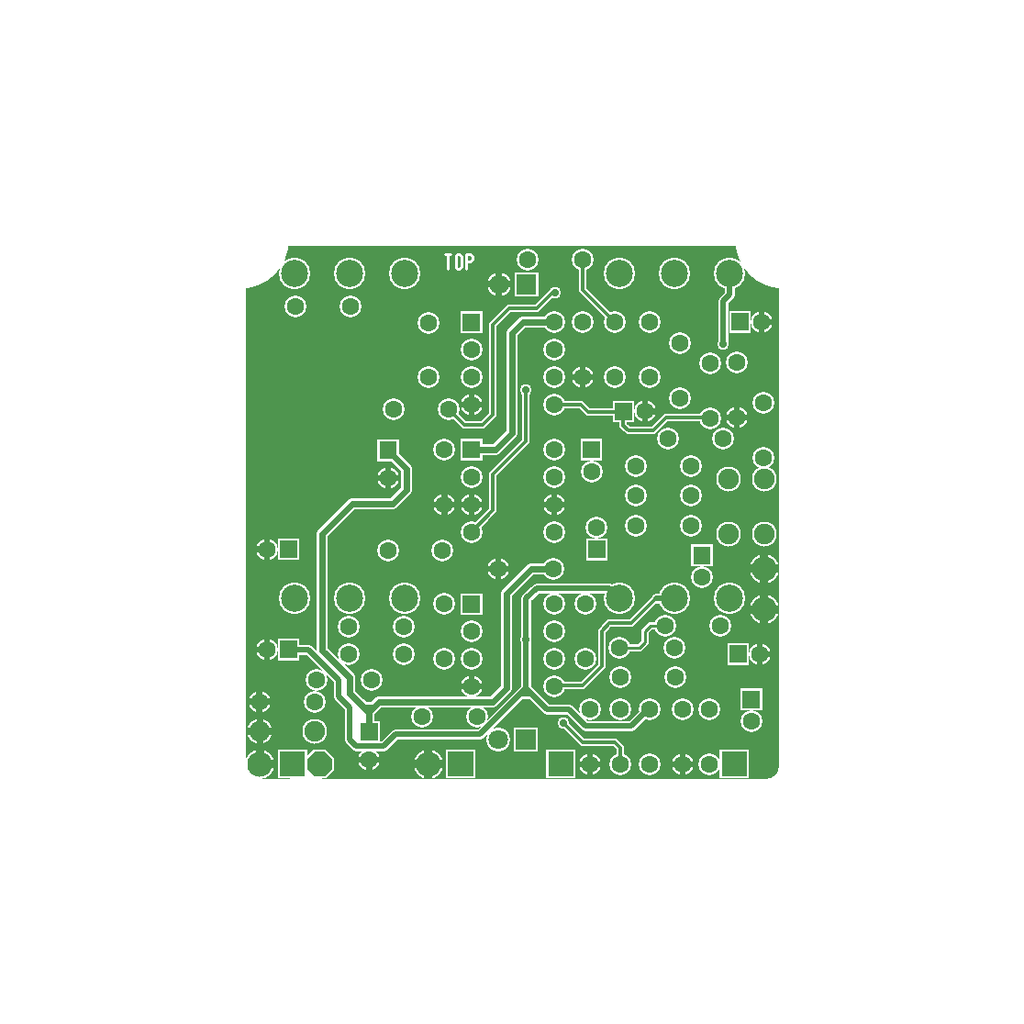
<source format=gtl>
%FSLAX34Y34*%
%MOMM*%
%LNCOPPER_TOP*%
G71*
G01*
%ADD10C, 2.900*%
%ADD11C, 2.200*%
%ADD12C, 2.000*%
%ADD13C, 2.700*%
%ADD14C, 2.300*%
%ADD15C, 1.000*%
%ADD16C, 0.900*%
%ADD17C, 1.100*%
%ADD18C, 0.700*%
%ADD19C, 0.800*%
%ADD20C, 0.238*%
%ADD21C, 0.150*%
%ADD22C, 0.660*%
%ADD23C, 0.500*%
%ADD24C, 0.600*%
%ADD25C, 0.533*%
%ADD26C, 0.767*%
%ADD27C, 0.633*%
%ADD28C, 2.500*%
%ADD29C, 1.800*%
%ADD30C, 1.600*%
%ADD31C, 2.300*%
%ADD32C, 1.900*%
%ADD33C, 0.700*%
%ADD34C, 0.300*%
%ADD35C, 0.260*%
%LPD*%
G36*
X-200000Y700000D02*
X700000Y700000D01*
X700000Y-200000D01*
X-200000Y-200000D01*
X-200000Y700000D01*
G37*
%LPC*%
X451000Y470000D02*
G54D10*
D03*
X400200Y470000D02*
G54D10*
D03*
X349400Y470000D02*
G54D10*
D03*
X150962Y470000D02*
G54D10*
D03*
X100162Y470000D02*
G54D10*
D03*
X49362Y470000D02*
G54D10*
D03*
X451000Y169962D02*
G54D10*
D03*
X400200Y169963D02*
G54D10*
D03*
X349400Y169962D02*
G54D10*
D03*
X150962Y169962D02*
G54D10*
D03*
X100162Y169963D02*
G54D10*
D03*
X49362Y169962D02*
G54D10*
D03*
X237281Y40050D02*
G54D11*
D03*
G36*
X273681Y29050D02*
X251681Y29050D01*
X251681Y51050D01*
X273681Y51050D01*
X273681Y29050D01*
G37*
X237778Y460000D02*
G54D11*
D03*
G36*
X274178Y449000D02*
X252178Y449000D01*
X252178Y471000D01*
X274178Y471000D01*
X274178Y449000D01*
G37*
G36*
X202500Y175000D02*
X222500Y175000D01*
X222500Y155000D01*
X202500Y155000D01*
X202500Y175000D01*
G37*
X212500Y139600D02*
G54D12*
D03*
X212500Y114200D02*
G54D12*
D03*
X212500Y88800D02*
G54D12*
D03*
X288700Y165000D02*
G54D12*
D03*
X288700Y139600D02*
G54D12*
D03*
X288700Y114200D02*
G54D12*
D03*
X288700Y88800D02*
G54D12*
D03*
X187638Y114400D02*
G54D12*
D03*
X187638Y165200D02*
G54D12*
D03*
G36*
X202500Y317500D02*
X222500Y317500D01*
X222500Y297500D01*
X202500Y297500D01*
X202500Y317500D01*
G37*
X212500Y282100D02*
G54D12*
D03*
X212500Y256700D02*
G54D12*
D03*
X212500Y231300D02*
G54D12*
D03*
X288700Y307500D02*
G54D12*
D03*
X288700Y282100D02*
G54D12*
D03*
X288700Y256700D02*
G54D12*
D03*
X288700Y231300D02*
G54D12*
D03*
G36*
X202500Y435000D02*
X222500Y435000D01*
X222500Y415000D01*
X202500Y415000D01*
X202500Y435000D01*
G37*
X212500Y399600D02*
G54D12*
D03*
X212500Y374200D02*
G54D12*
D03*
X212500Y348800D02*
G54D12*
D03*
X288700Y425000D02*
G54D12*
D03*
X288700Y399600D02*
G54D12*
D03*
X288700Y374200D02*
G54D12*
D03*
X288700Y348800D02*
G54D12*
D03*
X17500Y17500D02*
G54D13*
D03*
G36*
X34000Y31000D02*
X61000Y31000D01*
X61000Y4000D01*
X34000Y4000D01*
X34000Y31000D01*
G37*
X68300Y47500D02*
G54D14*
D03*
X17500Y47500D02*
G54D14*
D03*
X172500Y17500D02*
G54D13*
D03*
G36*
X189000Y31000D02*
X216000Y31000D01*
X216000Y4000D01*
X189000Y4000D01*
X189000Y31000D01*
G37*
X217842Y61518D02*
G54D12*
D03*
X167042Y61518D02*
G54D12*
D03*
X150342Y144018D02*
G54D12*
D03*
X99542Y144018D02*
G54D12*
D03*
X150342Y119018D02*
G54D12*
D03*
X99542Y119018D02*
G54D12*
D03*
X237237Y197300D02*
G54D12*
D03*
X288038Y197300D02*
G54D12*
D03*
X349738Y97300D02*
G54D12*
D03*
X400538Y97300D02*
G54D12*
D03*
X118150Y21488D02*
G54D12*
D03*
G36*
X108150Y36888D02*
X108150Y56888D01*
X128150Y56888D01*
X128150Y36888D01*
X108150Y36888D01*
G37*
G36*
X281500Y31000D02*
X308500Y31000D01*
X308500Y4000D01*
X281500Y4000D01*
X281500Y31000D01*
G37*
X317638Y114400D02*
G54D12*
D03*
X317638Y165200D02*
G54D12*
D03*
X67500Y75000D02*
G54D12*
D03*
X16700Y75000D02*
G54D12*
D03*
X120000Y95000D02*
G54D12*
D03*
X69200Y95000D02*
G54D12*
D03*
X349670Y17180D02*
G54D12*
D03*
X349670Y67980D02*
G54D12*
D03*
X322170Y17180D02*
G54D12*
D03*
X322170Y67980D02*
G54D12*
D03*
X377170Y17180D02*
G54D12*
D03*
X377170Y67980D02*
G54D12*
D03*
X400000Y125000D02*
G54D12*
D03*
X349200Y125000D02*
G54D12*
D03*
G36*
X441500Y31000D02*
X468500Y31000D01*
X468500Y4000D01*
X441500Y4000D01*
X441500Y31000D01*
G37*
X407170Y17180D02*
G54D12*
D03*
X407170Y67980D02*
G54D12*
D03*
X432170Y17180D02*
G54D12*
D03*
X432170Y67980D02*
G54D12*
D03*
G54D15*
X288038Y197300D02*
X267300Y197300D01*
X245000Y175000D01*
X245000Y87500D01*
X232500Y75000D01*
X127500Y75000D01*
X117500Y65000D01*
X117500Y47538D01*
X118150Y46888D01*
G54D16*
X400200Y169963D02*
X382463Y169963D01*
X297500Y55000D02*
G54D17*
D03*
G54D18*
X297500Y55000D02*
X315000Y37500D01*
X345000Y37500D01*
X350000Y32500D01*
X350000Y17510D01*
X349670Y17180D01*
X135650Y281488D02*
G54D12*
D03*
G36*
X125650Y296888D02*
X125650Y316888D01*
X145650Y316888D01*
X145650Y296888D01*
X125650Y296888D01*
G37*
X187638Y307701D02*
G54D12*
D03*
X187638Y256901D02*
G54D12*
D03*
X185400Y214638D02*
G54D12*
D03*
X135400Y214638D02*
G54D12*
D03*
X482500Y280000D02*
G54D14*
D03*
X482500Y229200D02*
G54D14*
D03*
X478595Y118842D02*
G54D12*
D03*
G36*
X468595Y108842D02*
X448595Y108842D01*
X448595Y128842D01*
X468595Y128842D01*
X468595Y108842D01*
G37*
X470726Y57137D02*
G54D12*
D03*
G36*
X460726Y67137D02*
X460726Y87137D01*
X480726Y87137D01*
X480726Y67137D01*
X460726Y67137D01*
G37*
X23912Y215574D02*
G54D12*
D03*
G36*
X33912Y225574D02*
X53912Y225574D01*
X53912Y205574D01*
X33912Y205574D01*
X33912Y225574D01*
G37*
X23912Y123075D02*
G54D12*
D03*
G36*
X33912Y133074D02*
X53912Y133074D01*
X53912Y113074D01*
X33912Y113074D01*
X33912Y133074D01*
G37*
G54D15*
X135650Y306888D02*
X135650Y306850D01*
X152500Y290000D01*
X152500Y270000D01*
X140000Y257500D01*
X102500Y257500D01*
X75000Y230000D01*
X75000Y122500D01*
X100000Y97500D01*
X100000Y82500D01*
X117500Y65000D01*
X328170Y235387D02*
G54D12*
D03*
G36*
X338170Y225387D02*
X338170Y205387D01*
X318170Y205387D01*
X318170Y225387D01*
X338170Y225387D01*
G37*
G54D15*
X212500Y307500D02*
X235000Y307500D01*
X250000Y322500D01*
X250000Y415000D01*
X260000Y425000D01*
X288700Y425000D01*
X315138Y425201D02*
G54D12*
D03*
X315138Y374401D02*
G54D12*
D03*
X323225Y287464D02*
G54D12*
D03*
G36*
X313225Y297464D02*
X313225Y317464D01*
X333225Y317464D01*
X333225Y297464D01*
X313225Y297464D01*
G37*
X404680Y405331D02*
G54D12*
D03*
X404680Y354531D02*
G54D12*
D03*
X450000Y280000D02*
G54D14*
D03*
X450000Y229200D02*
G54D14*
D03*
X432500Y387325D02*
G54D12*
D03*
X432500Y336525D02*
G54D12*
D03*
X457500Y336875D02*
G54D12*
D03*
X457500Y387675D02*
G54D12*
D03*
X344680Y425331D02*
G54D12*
D03*
X344680Y374531D02*
G54D12*
D03*
X315000Y482500D02*
G54D12*
D03*
X264200Y482500D02*
G54D12*
D03*
X372683Y342738D02*
G54D12*
D03*
G36*
X362683Y332738D02*
X342683Y332738D01*
X342683Y352738D01*
X362683Y352738D01*
X362683Y332738D01*
G37*
X415000Y265000D02*
G54D12*
D03*
X364200Y265000D02*
G54D12*
D03*
X415000Y237500D02*
G54D12*
D03*
X364200Y237500D02*
G54D12*
D03*
X415000Y292500D02*
G54D12*
D03*
X364200Y292500D02*
G54D12*
D03*
X445000Y317500D02*
G54D12*
D03*
X394200Y317500D02*
G54D12*
D03*
X482170Y299680D02*
G54D12*
D03*
X482170Y350480D02*
G54D12*
D03*
X480183Y425238D02*
G54D12*
D03*
G36*
X470183Y415238D02*
X450183Y415238D01*
X450183Y435238D01*
X470183Y435238D01*
X470183Y415238D01*
G37*
X445000Y405000D02*
G54D17*
D03*
G54D16*
X451000Y470000D02*
X451000Y451000D01*
X445000Y445000D01*
X445000Y405000D01*
X172900Y374638D02*
G54D12*
D03*
X172900Y424637D02*
G54D12*
D03*
X377180Y425331D02*
G54D12*
D03*
X377180Y374531D02*
G54D12*
D03*
G54D18*
X315000Y482500D02*
X315000Y455011D01*
X344680Y425331D01*
X262500Y362500D02*
G54D17*
D03*
G54D18*
X262500Y362500D02*
X262500Y315000D01*
X232500Y285000D01*
X232500Y251300D01*
X212500Y231300D01*
X191200Y344638D02*
G54D12*
D03*
X140400Y344638D02*
G54D12*
D03*
X290000Y452500D02*
G54D17*
D03*
G54D18*
X290000Y452500D02*
X287500Y452500D01*
X272500Y437500D01*
X247500Y437500D01*
X232500Y422500D01*
X232500Y340000D01*
X222500Y330000D01*
X205837Y330000D01*
X191200Y344638D01*
X101200Y439637D02*
G54D12*
D03*
X50400Y439637D02*
G54D12*
D03*
G54D19*
X40000Y500000D02*
X460000Y500000D01*
G54D19*
G75*
G01X460000Y500000D02*
G03X500000Y460000I40000J0D01*
G01*
G54D19*
G75*
G01X485000Y0D02*
G03X500000Y15000I0J15000D01*
G01*
G54D19*
X0Y460000D02*
X0Y15000D01*
G54D19*
G75*
G01X0Y15000D02*
G03X15000Y0I15000J0D01*
G01*
G54D19*
X485000Y0D02*
X15000Y0D01*
G54D19*
G75*
G01X0Y460000D02*
G03X40000Y500000I0J40000D01*
G01*
G54D19*
X500000Y15000D02*
X500000Y460000D01*
G54D15*
X117500Y70000D02*
X117500Y47538D01*
X118150Y46888D01*
G54D15*
X112500Y70000D02*
X122500Y70000D01*
G54D16*
X349400Y169962D02*
X339363Y180000D01*
X272500Y180000D01*
X262500Y170000D01*
X262500Y87500D01*
X220000Y45000D01*
X142500Y45000D01*
X131500Y34000D01*
G54D16*
X131500Y34000D02*
X106000Y34000D01*
X100000Y40000D01*
X100000Y70000D01*
X90000Y80000D01*
X90000Y95000D01*
X61926Y123074D01*
X43912Y123074D01*
G54D20*
X190550Y474722D02*
X190550Y488056D01*
G54D20*
X187884Y488056D02*
X193217Y488056D01*
G54D20*
X203217Y485556D02*
X203217Y477222D01*
X202550Y475556D01*
X201217Y474722D01*
X199884Y474722D01*
X198550Y475556D01*
X197884Y477222D01*
X197884Y485556D01*
X198550Y487222D01*
X199884Y488056D01*
X201217Y488056D01*
X202550Y487222D01*
X203217Y485556D01*
G54D20*
X207884Y474722D02*
X207884Y488056D01*
X211217Y488056D01*
X212550Y487222D01*
X213217Y485556D01*
X213217Y483889D01*
X212550Y482222D01*
X211217Y481389D01*
X207884Y481389D01*
G36*
X17500Y17500D02*
X2500Y17500D01*
X0Y15000D01*
X0Y10000D01*
X10000Y0D01*
X20000Y0D01*
X17500Y17500D01*
G37*
G54D21*
X17500Y17500D02*
X2500Y17500D01*
X0Y15000D01*
X0Y10000D01*
X10000Y0D01*
X20000Y0D01*
X17500Y17500D01*
X425215Y189950D02*
G54D12*
D03*
G36*
X415215Y199950D02*
X415215Y219950D01*
X435215Y219950D01*
X435215Y199950D01*
X415215Y199950D01*
G37*
X442500Y145000D02*
G54D12*
D03*
X391700Y145000D02*
G54D12*
D03*
G54D16*
X377170Y67980D02*
X375480Y67980D01*
X360000Y52500D01*
X317500Y52500D01*
X302500Y67500D01*
X282500Y67500D01*
X262500Y87500D01*
G54D18*
X352683Y342738D02*
X352683Y329817D01*
X357500Y325000D01*
X380000Y325000D01*
X392500Y337500D01*
X431525Y337500D01*
X432500Y336525D01*
G54D18*
X288700Y348800D02*
X313700Y348800D01*
X320000Y342500D01*
X352445Y342500D01*
X352683Y342738D01*
G54D16*
X257500Y82500D02*
X267500Y82500D01*
G54D22*
X391700Y145000D02*
X377500Y145000D01*
X372500Y140000D01*
X372500Y130000D01*
X367500Y125000D01*
X349200Y125000D01*
X482500Y197500D02*
G54D13*
D03*
X482500Y160000D02*
G54D13*
D03*
G36*
X59000Y23103D02*
X66897Y31000D01*
X78103Y31000D01*
X86000Y23103D01*
X86000Y11897D01*
X78103Y4000D01*
X66897Y4000D01*
X59000Y11897D01*
X59000Y23103D01*
G37*
G36*
X47500Y17500D02*
X72500Y17500D01*
X72500Y2500D01*
X47500Y2500D01*
X47500Y17500D01*
G37*
G54D23*
X47500Y17500D02*
X72500Y17500D01*
X72500Y2500D01*
X47500Y2500D01*
X47500Y17500D01*
G36*
X92500Y100000D02*
X100000Y100000D01*
X100000Y77500D01*
X92500Y77500D01*
X92500Y100000D01*
G37*
G54D21*
X92500Y100000D02*
X100000Y100000D01*
X100000Y77500D01*
X92500Y77500D01*
X92500Y100000D01*
G36*
X102500Y72500D02*
X115000Y72500D01*
X115000Y37500D01*
X102500Y37500D01*
X102500Y72500D01*
G37*
G54D21*
X102500Y72500D02*
X115000Y72500D01*
X115000Y37500D01*
X102500Y37500D01*
X102500Y72500D01*
G36*
X500000Y697500D02*
X805000Y697500D01*
X805000Y-237500D01*
X500000Y-237500D01*
X500000Y697500D01*
G37*
G54D24*
X500000Y697500D02*
X805000Y697500D01*
X805000Y-237500D01*
X500000Y-237500D01*
X500000Y697500D01*
G36*
X697500Y700000D02*
X-200000Y700000D01*
X-200000Y502500D01*
X697500Y502500D01*
X697500Y700000D01*
G37*
G54D24*
X697500Y700000D02*
X-200000Y700000D01*
X-200000Y502500D01*
X697500Y502500D01*
X697500Y700000D01*
G36*
X0Y697500D02*
X-200000Y697500D01*
X-200000Y-242500D01*
X0Y-242500D01*
X0Y697500D01*
G37*
G54D24*
X0Y697500D02*
X-200000Y697500D01*
X-200000Y-242500D01*
X0Y-242500D01*
X0Y697500D01*
G36*
X-175000Y0D02*
X722500Y0D01*
X722500Y-212500D01*
X-175000Y-212500D01*
X-175000Y0D01*
G37*
G54D24*
X-175000Y0D02*
X722500Y0D01*
X722500Y-212500D01*
X-175000Y-212500D01*
X-175000Y0D01*
G36*
X465000Y502500D02*
X465000Y487500D01*
X487500Y465000D01*
X502500Y465000D01*
X502500Y497500D01*
X500000Y500000D01*
X465000Y502500D01*
G37*
G54D24*
X465000Y502500D02*
X465000Y487500D01*
X487500Y465000D01*
X502500Y465000D01*
X502500Y497500D01*
X500000Y500000D01*
X465000Y502500D01*
G36*
X37500Y505000D02*
X37500Y490000D01*
X12500Y465000D01*
X-12500Y465000D01*
X-12500Y492500D01*
X2500Y507500D01*
X37500Y505000D01*
G37*
G54D24*
X37500Y505000D02*
X37500Y490000D01*
X12500Y465000D01*
X-12500Y465000D01*
X-12500Y492500D01*
X2500Y507500D01*
X37500Y505000D01*
G54D18*
X288700Y88800D02*
X289900Y90000D01*
X315000Y90000D01*
X332500Y107500D01*
X332500Y140000D01*
X340000Y147500D01*
X360000Y147500D01*
X382463Y169963D01*
X262500Y132500D02*
G54D17*
D03*
%LPD*%
G54D24*
G36*
X240778Y460000D02*
X240778Y448500D01*
X234778Y448500D01*
X234778Y460000D01*
X240778Y460000D01*
G37*
G36*
X237778Y457000D02*
X226278Y457000D01*
X226278Y463000D01*
X237778Y463000D01*
X237778Y457000D01*
G37*
G36*
X234778Y460000D02*
X234778Y471500D01*
X240778Y471500D01*
X240778Y460000D01*
X234778Y460000D01*
G37*
G36*
X237778Y463000D02*
X249278Y463000D01*
X249278Y457000D01*
X237778Y457000D01*
X237778Y463000D01*
G37*
G54D25*
G36*
X209833Y88800D02*
X209833Y99300D01*
X215167Y99300D01*
X215167Y88800D01*
X209833Y88800D01*
G37*
G36*
X212500Y91467D02*
X223000Y91467D01*
X223000Y86133D01*
X212500Y86133D01*
X212500Y91467D01*
G37*
G36*
X212500Y86133D02*
X202000Y86133D01*
X202000Y91467D01*
X212500Y91467D01*
X212500Y86133D01*
G37*
G54D25*
G36*
X209833Y256700D02*
X209833Y267200D01*
X215167Y267200D01*
X215167Y256700D01*
X209833Y256700D01*
G37*
G36*
X212500Y259367D02*
X223000Y259367D01*
X223000Y254033D01*
X212500Y254033D01*
X212500Y259367D01*
G37*
G36*
X215167Y256700D02*
X215167Y246200D01*
X209833Y246200D01*
X209833Y256700D01*
X215167Y256700D01*
G37*
G36*
X212500Y254033D02*
X202000Y254033D01*
X202000Y259367D01*
X212500Y259367D01*
X212500Y254033D01*
G37*
G54D25*
G36*
X286033Y256700D02*
X286033Y267200D01*
X291367Y267200D01*
X291367Y256700D01*
X286033Y256700D01*
G37*
G36*
X288700Y259367D02*
X299200Y259367D01*
X299200Y254033D01*
X288700Y254033D01*
X288700Y259367D01*
G37*
G36*
X291367Y256700D02*
X291367Y246200D01*
X286033Y246200D01*
X286033Y256700D01*
X291367Y256700D01*
G37*
G36*
X288700Y254033D02*
X278200Y254033D01*
X278200Y259367D01*
X288700Y259367D01*
X288700Y254033D01*
G37*
G54D25*
G36*
X209833Y348800D02*
X209833Y359300D01*
X215167Y359300D01*
X215167Y348800D01*
X209833Y348800D01*
G37*
G36*
X212500Y351467D02*
X223000Y351467D01*
X223000Y346133D01*
X212500Y346133D01*
X212500Y351467D01*
G37*
G36*
X215167Y348800D02*
X215167Y338300D01*
X209833Y338300D01*
X209833Y348800D01*
X215167Y348800D01*
G37*
G36*
X212500Y346133D02*
X202000Y346133D01*
X202000Y351467D01*
X212500Y351467D01*
X212500Y346133D01*
G37*
G54D26*
G36*
X13667Y17500D02*
X13667Y31500D01*
X21333Y31500D01*
X21333Y17500D01*
X13667Y17500D01*
G37*
G36*
X17500Y21333D02*
X31500Y21333D01*
X31500Y13667D01*
X17500Y13667D01*
X17500Y21333D01*
G37*
G54D27*
G36*
X20667Y47500D02*
X20667Y35500D01*
X14333Y35500D01*
X14333Y47500D01*
X20667Y47500D01*
G37*
G36*
X17500Y44333D02*
X5500Y44333D01*
X5500Y50667D01*
X17500Y50667D01*
X17500Y44333D01*
G37*
G36*
X14333Y47500D02*
X14333Y59500D01*
X20667Y59500D01*
X20667Y47500D01*
X14333Y47500D01*
G37*
G36*
X17500Y50667D02*
X29500Y50667D01*
X29500Y44333D01*
X17500Y44333D01*
X17500Y50667D01*
G37*
G54D26*
G36*
X168667Y17500D02*
X168667Y31500D01*
X176333Y31500D01*
X176333Y17500D01*
X168667Y17500D01*
G37*
G36*
X172500Y21333D02*
X186500Y21333D01*
X186500Y13667D01*
X172500Y13667D01*
X172500Y21333D01*
G37*
G36*
X176333Y17500D02*
X176333Y3500D01*
X168667Y3500D01*
X168667Y17500D01*
X176333Y17500D01*
G37*
G36*
X172500Y13667D02*
X158500Y13667D01*
X158500Y21333D01*
X172500Y21333D01*
X172500Y13667D01*
G37*
G54D25*
G36*
X234570Y197300D02*
X234570Y207800D01*
X239904Y207800D01*
X239904Y197300D01*
X234570Y197300D01*
G37*
G36*
X237237Y199967D02*
X247737Y199967D01*
X247737Y194633D01*
X237237Y194633D01*
X237237Y199967D01*
G37*
G36*
X239904Y197300D02*
X239904Y186800D01*
X234570Y186800D01*
X234570Y197300D01*
X239904Y197300D01*
G37*
G36*
X237237Y194633D02*
X226737Y194633D01*
X226737Y199967D01*
X237237Y199967D01*
X237237Y194633D01*
G37*
G54D25*
G36*
X118150Y18821D02*
X107650Y18821D01*
X107650Y24155D01*
X118150Y24155D01*
X118150Y18821D01*
G37*
G36*
X118150Y24155D02*
X128650Y24155D01*
X128650Y18821D01*
X118150Y18821D01*
X118150Y24155D01*
G37*
G36*
X120817Y21488D02*
X120817Y10988D01*
X115483Y10988D01*
X115483Y21488D01*
X120817Y21488D01*
G37*
G54D25*
G36*
X19367Y75000D02*
X19367Y64500D01*
X14033Y64500D01*
X14033Y75000D01*
X19367Y75000D01*
G37*
G36*
X16700Y72333D02*
X6200Y72333D01*
X6200Y77667D01*
X16700Y77667D01*
X16700Y72333D01*
G37*
G36*
X14033Y75000D02*
X14033Y85500D01*
X19367Y85500D01*
X19367Y75000D01*
X14033Y75000D01*
G37*
G36*
X16700Y77667D02*
X27200Y77667D01*
X27200Y72333D01*
X16700Y72333D01*
X16700Y77667D01*
G37*
G54D25*
G36*
X322170Y14513D02*
X311670Y14513D01*
X311670Y19847D01*
X322170Y19847D01*
X322170Y14513D01*
G37*
G36*
X319503Y17180D02*
X319503Y27680D01*
X324837Y27680D01*
X324837Y17180D01*
X319503Y17180D01*
G37*
G36*
X322170Y19847D02*
X332670Y19847D01*
X332670Y14513D01*
X322170Y14513D01*
X322170Y19847D01*
G37*
G36*
X324837Y17180D02*
X324837Y6680D01*
X319503Y6680D01*
X319503Y17180D01*
X324837Y17180D01*
G37*
G54D25*
G36*
X407170Y14513D02*
X396670Y14513D01*
X396670Y19847D01*
X407170Y19847D01*
X407170Y14513D01*
G37*
G36*
X404503Y17180D02*
X404503Y27680D01*
X409837Y27680D01*
X409837Y17180D01*
X404503Y17180D01*
G37*
G36*
X407170Y19847D02*
X417670Y19847D01*
X417670Y14513D01*
X407170Y14513D01*
X407170Y19847D01*
G37*
G36*
X409837Y17180D02*
X409837Y6680D01*
X404503Y6680D01*
X404503Y17180D01*
X409837Y17180D01*
G37*
G54D25*
G36*
X135650Y278821D02*
X125150Y278821D01*
X125150Y284155D01*
X135650Y284155D01*
X135650Y278821D01*
G37*
G36*
X132983Y281488D02*
X132983Y291988D01*
X138317Y291988D01*
X138317Y281488D01*
X132983Y281488D01*
G37*
G36*
X135650Y284155D02*
X146150Y284155D01*
X146150Y278821D01*
X135650Y278821D01*
X135650Y284155D01*
G37*
G36*
X138317Y281488D02*
X138317Y270988D01*
X132983Y270988D01*
X132983Y281488D01*
X138317Y281488D01*
G37*
G54D25*
G36*
X187638Y259568D02*
X198138Y259568D01*
X198138Y254234D01*
X187638Y254234D01*
X187638Y259568D01*
G37*
G36*
X190305Y256901D02*
X190305Y246401D01*
X184971Y246401D01*
X184971Y256901D01*
X190305Y256901D01*
G37*
G36*
X187638Y254234D02*
X177138Y254234D01*
X177138Y259568D01*
X187638Y259568D01*
X187638Y254234D01*
G37*
G36*
X184971Y256901D02*
X184971Y267401D01*
X190305Y267401D01*
X190305Y256901D01*
X184971Y256901D01*
G37*
G54D25*
G36*
X481262Y118842D02*
X481262Y108342D01*
X475928Y108342D01*
X475928Y118842D01*
X481262Y118842D01*
G37*
G36*
X475928Y118842D02*
X475928Y129342D01*
X481262Y129342D01*
X481262Y118842D01*
X475928Y118842D01*
G37*
G36*
X478595Y121509D02*
X489095Y121509D01*
X489095Y116175D01*
X478595Y116175D01*
X478595Y121509D01*
G37*
G54D25*
G36*
X21245Y215574D02*
X21245Y226074D01*
X26579Y226074D01*
X26579Y215574D01*
X21245Y215574D01*
G37*
G36*
X26579Y215574D02*
X26579Y205074D01*
X21245Y205074D01*
X21245Y215574D01*
X26579Y215574D01*
G37*
G36*
X23912Y212907D02*
X13412Y212907D01*
X13412Y218241D01*
X23912Y218241D01*
X23912Y212907D01*
G37*
G54D25*
G36*
X21245Y123075D02*
X21245Y133575D01*
X26579Y133575D01*
X26579Y123075D01*
X21245Y123075D01*
G37*
G36*
X26579Y123075D02*
X26579Y112575D01*
X21245Y112575D01*
X21245Y123075D01*
X26579Y123075D01*
G37*
G36*
X23912Y120408D02*
X13412Y120408D01*
X13412Y125742D01*
X23912Y125742D01*
X23912Y120408D01*
G37*
G54D25*
G36*
X315138Y377068D02*
X325638Y377068D01*
X325638Y371734D01*
X315138Y371734D01*
X315138Y377068D01*
G37*
G36*
X317805Y374401D02*
X317805Y363901D01*
X312471Y363901D01*
X312471Y374401D01*
X317805Y374401D01*
G37*
G36*
X315138Y371734D02*
X304638Y371734D01*
X304638Y377068D01*
X315138Y377068D01*
X315138Y371734D01*
G37*
G36*
X312471Y374401D02*
X312471Y384901D01*
X317805Y384901D01*
X317805Y374401D01*
X312471Y374401D01*
G37*
G54D25*
G36*
X457500Y334208D02*
X447000Y334208D01*
X447000Y339542D01*
X457500Y339542D01*
X457500Y334208D01*
G37*
G36*
X454833Y336875D02*
X454833Y347375D01*
X460167Y347375D01*
X460167Y336875D01*
X454833Y336875D01*
G37*
G36*
X457500Y339542D02*
X468000Y339542D01*
X468000Y334208D01*
X457500Y334208D01*
X457500Y339542D01*
G37*
G36*
X460167Y336875D02*
X460167Y326375D01*
X454833Y326375D01*
X454833Y336875D01*
X460167Y336875D01*
G37*
G54D25*
G36*
X375350Y342738D02*
X375350Y332238D01*
X370016Y332238D01*
X370016Y342738D01*
X375350Y342738D01*
G37*
G36*
X370016Y342738D02*
X370016Y353238D01*
X375350Y353238D01*
X375350Y342738D01*
X370016Y342738D01*
G37*
G36*
X372683Y345405D02*
X383183Y345405D01*
X383183Y340071D01*
X372683Y340071D01*
X372683Y345405D01*
G37*
G54D25*
G36*
X482850Y425238D02*
X482850Y414738D01*
X477516Y414738D01*
X477516Y425238D01*
X482850Y425238D01*
G37*
G36*
X477516Y425238D02*
X477516Y435738D01*
X482850Y435738D01*
X482850Y425238D01*
X477516Y425238D01*
G37*
G36*
X480183Y427905D02*
X490683Y427905D01*
X490683Y422571D01*
X480183Y422571D01*
X480183Y427905D01*
G37*
G54D26*
G36*
X478667Y197500D02*
X478667Y211500D01*
X486333Y211500D01*
X486333Y197500D01*
X478667Y197500D01*
G37*
G36*
X482500Y201333D02*
X496500Y201333D01*
X496500Y193667D01*
X482500Y193667D01*
X482500Y201333D01*
G37*
G36*
X486333Y197500D02*
X486333Y183500D01*
X478667Y183500D01*
X478667Y197500D01*
X486333Y197500D01*
G37*
G36*
X482500Y193667D02*
X468500Y193667D01*
X468500Y201333D01*
X482500Y201333D01*
X482500Y193667D01*
G37*
G54D26*
G36*
X478667Y160000D02*
X478667Y174000D01*
X486333Y174000D01*
X486333Y160000D01*
X478667Y160000D01*
G37*
G36*
X482500Y163833D02*
X496500Y163833D01*
X496500Y156167D01*
X482500Y156167D01*
X482500Y163833D01*
G37*
G36*
X486333Y160000D02*
X486333Y146000D01*
X478667Y146000D01*
X478667Y160000D01*
X486333Y160000D01*
G37*
G36*
X482500Y156167D02*
X468500Y156167D01*
X468500Y163833D01*
X482500Y163833D01*
X482500Y156167D01*
G37*
X451000Y470000D02*
G54D28*
D03*
X400200Y470000D02*
G54D28*
D03*
X349400Y470000D02*
G54D28*
D03*
X150962Y470000D02*
G54D28*
D03*
X100162Y470000D02*
G54D28*
D03*
X49362Y470000D02*
G54D28*
D03*
X451000Y169962D02*
G54D28*
D03*
X400200Y169963D02*
G54D28*
D03*
X349400Y169962D02*
G54D28*
D03*
X150962Y169962D02*
G54D28*
D03*
X100162Y169963D02*
G54D28*
D03*
X49362Y169962D02*
G54D28*
D03*
X237281Y40050D02*
G54D29*
D03*
G36*
X271681Y31050D02*
X253681Y31050D01*
X253681Y49050D01*
X271681Y49050D01*
X271681Y31050D01*
G37*
X237778Y460000D02*
G54D29*
D03*
G36*
X272178Y451000D02*
X254178Y451000D01*
X254178Y469000D01*
X272178Y469000D01*
X272178Y451000D01*
G37*
G36*
X204500Y173000D02*
X220500Y173000D01*
X220500Y157000D01*
X204500Y157000D01*
X204500Y173000D01*
G37*
X212500Y139600D02*
G54D30*
D03*
X212500Y114200D02*
G54D30*
D03*
X212500Y88800D02*
G54D30*
D03*
X288700Y165000D02*
G54D30*
D03*
X288700Y139600D02*
G54D30*
D03*
X288700Y114200D02*
G54D30*
D03*
X288700Y88800D02*
G54D30*
D03*
X187638Y114400D02*
G54D30*
D03*
X187638Y165200D02*
G54D30*
D03*
G36*
X204500Y315500D02*
X220500Y315500D01*
X220500Y299500D01*
X204500Y299500D01*
X204500Y315500D01*
G37*
X212500Y282100D02*
G54D30*
D03*
X212500Y256700D02*
G54D30*
D03*
X212500Y231300D02*
G54D30*
D03*
X288700Y307500D02*
G54D30*
D03*
X288700Y282100D02*
G54D30*
D03*
X288700Y256700D02*
G54D30*
D03*
X288700Y231300D02*
G54D30*
D03*
G36*
X204500Y433000D02*
X220500Y433000D01*
X220500Y417000D01*
X204500Y417000D01*
X204500Y433000D01*
G37*
X212500Y399600D02*
G54D30*
D03*
X212500Y374200D02*
G54D30*
D03*
X212500Y348800D02*
G54D30*
D03*
X288700Y425000D02*
G54D30*
D03*
X288700Y399600D02*
G54D30*
D03*
X288700Y374200D02*
G54D30*
D03*
X288700Y348800D02*
G54D30*
D03*
X17500Y17500D02*
G54D31*
D03*
G36*
X36000Y29000D02*
X59000Y29000D01*
X59000Y6000D01*
X36000Y6000D01*
X36000Y29000D01*
G37*
X68300Y47500D02*
G54D32*
D03*
X17500Y47500D02*
G54D32*
D03*
X172500Y17500D02*
G54D31*
D03*
G36*
X191000Y29000D02*
X214000Y29000D01*
X214000Y6000D01*
X191000Y6000D01*
X191000Y29000D01*
G37*
X217842Y61518D02*
G54D30*
D03*
X167042Y61518D02*
G54D30*
D03*
X150342Y144018D02*
G54D30*
D03*
X99542Y144018D02*
G54D30*
D03*
X150342Y119018D02*
G54D30*
D03*
X99542Y119018D02*
G54D30*
D03*
X237237Y197300D02*
G54D30*
D03*
X288038Y197300D02*
G54D30*
D03*
X349738Y97300D02*
G54D30*
D03*
X400538Y97300D02*
G54D30*
D03*
X118150Y21488D02*
G54D30*
D03*
G36*
X110150Y38888D02*
X110150Y54888D01*
X126150Y54888D01*
X126150Y38888D01*
X110150Y38888D01*
G37*
G36*
X283500Y29000D02*
X306500Y29000D01*
X306500Y6000D01*
X283500Y6000D01*
X283500Y29000D01*
G37*
X317638Y114400D02*
G54D30*
D03*
X317638Y165200D02*
G54D30*
D03*
X67500Y75000D02*
G54D30*
D03*
X16700Y75000D02*
G54D30*
D03*
X120000Y95000D02*
G54D30*
D03*
X69200Y95000D02*
G54D30*
D03*
X349670Y17180D02*
G54D30*
D03*
X349670Y67980D02*
G54D30*
D03*
X322170Y17180D02*
G54D30*
D03*
X322170Y67980D02*
G54D30*
D03*
X377170Y17180D02*
G54D30*
D03*
X377170Y67980D02*
G54D30*
D03*
X400000Y125000D02*
G54D30*
D03*
X349200Y125000D02*
G54D30*
D03*
G36*
X443500Y29000D02*
X466500Y29000D01*
X466500Y6000D01*
X443500Y6000D01*
X443500Y29000D01*
G37*
X407170Y17180D02*
G54D30*
D03*
X407170Y67980D02*
G54D30*
D03*
X432170Y17180D02*
G54D30*
D03*
X432170Y67980D02*
G54D30*
D03*
G54D24*
X288038Y197300D02*
X267300Y197300D01*
X245000Y175000D01*
X245000Y87500D01*
X232500Y75000D01*
X127500Y75000D01*
X117500Y65000D01*
X117500Y47538D01*
X118150Y46888D01*
G54D23*
X400200Y169963D02*
X382463Y169963D01*
X297500Y55000D02*
G54D33*
D03*
G54D34*
X297500Y55000D02*
X315000Y37500D01*
X345000Y37500D01*
X350000Y32500D01*
X350000Y17510D01*
X349670Y17180D01*
X135650Y281488D02*
G54D30*
D03*
G36*
X127650Y298888D02*
X127650Y314888D01*
X143650Y314888D01*
X143650Y298888D01*
X127650Y298888D01*
G37*
X187638Y307701D02*
G54D30*
D03*
X187638Y256901D02*
G54D30*
D03*
X185400Y214638D02*
G54D30*
D03*
X135400Y214638D02*
G54D30*
D03*
X482500Y280000D02*
G54D32*
D03*
X482500Y229200D02*
G54D32*
D03*
X478595Y118842D02*
G54D30*
D03*
G36*
X466595Y110842D02*
X450595Y110842D01*
X450595Y126842D01*
X466595Y126842D01*
X466595Y110842D01*
G37*
X470726Y57137D02*
G54D30*
D03*
G36*
X462726Y69137D02*
X462726Y85137D01*
X478726Y85137D01*
X478726Y69137D01*
X462726Y69137D01*
G37*
X23912Y215574D02*
G54D30*
D03*
G36*
X35912Y223574D02*
X51912Y223574D01*
X51912Y207574D01*
X35912Y207574D01*
X35912Y223574D01*
G37*
X23912Y123075D02*
G54D30*
D03*
G36*
X35912Y131074D02*
X51912Y131074D01*
X51912Y115074D01*
X35912Y115074D01*
X35912Y131074D01*
G37*
G54D24*
X135650Y306888D02*
X135650Y306850D01*
X152500Y290000D01*
X152500Y270000D01*
X140000Y257500D01*
X102500Y257500D01*
X75000Y230000D01*
X75000Y122500D01*
X100000Y97500D01*
X100000Y82500D01*
X117500Y65000D01*
X328170Y235387D02*
G54D30*
D03*
G36*
X336170Y223387D02*
X336170Y207387D01*
X320170Y207387D01*
X320170Y223387D01*
X336170Y223387D01*
G37*
G54D24*
X212500Y307500D02*
X235000Y307500D01*
X250000Y322500D01*
X250000Y415000D01*
X260000Y425000D01*
X288700Y425000D01*
X315138Y425201D02*
G54D30*
D03*
X315138Y374401D02*
G54D30*
D03*
X323225Y287464D02*
G54D30*
D03*
G36*
X315225Y299464D02*
X315225Y315464D01*
X331225Y315464D01*
X331225Y299464D01*
X315225Y299464D01*
G37*
X404680Y405331D02*
G54D30*
D03*
X404680Y354531D02*
G54D30*
D03*
X450000Y280000D02*
G54D32*
D03*
X450000Y229200D02*
G54D32*
D03*
X432500Y387325D02*
G54D30*
D03*
X432500Y336525D02*
G54D30*
D03*
X457500Y336875D02*
G54D30*
D03*
X457500Y387675D02*
G54D30*
D03*
X344680Y425331D02*
G54D30*
D03*
X344680Y374531D02*
G54D30*
D03*
X315000Y482500D02*
G54D30*
D03*
X264200Y482500D02*
G54D30*
D03*
X372683Y342738D02*
G54D30*
D03*
G36*
X360683Y334738D02*
X344683Y334738D01*
X344683Y350738D01*
X360683Y350738D01*
X360683Y334738D01*
G37*
X415000Y265000D02*
G54D30*
D03*
X364200Y265000D02*
G54D30*
D03*
X415000Y237500D02*
G54D30*
D03*
X364200Y237500D02*
G54D30*
D03*
X415000Y292500D02*
G54D30*
D03*
X364200Y292500D02*
G54D30*
D03*
X445000Y317500D02*
G54D30*
D03*
X394200Y317500D02*
G54D30*
D03*
X482170Y299680D02*
G54D30*
D03*
X482170Y350480D02*
G54D30*
D03*
X480183Y425238D02*
G54D30*
D03*
G36*
X468183Y417238D02*
X452183Y417238D01*
X452183Y433238D01*
X468183Y433238D01*
X468183Y417238D01*
G37*
X445000Y405000D02*
G54D33*
D03*
G54D23*
X451000Y470000D02*
X451000Y451000D01*
X445000Y445000D01*
X445000Y405000D01*
X172900Y374638D02*
G54D30*
D03*
X172900Y424637D02*
G54D30*
D03*
X377180Y425331D02*
G54D30*
D03*
X377180Y374531D02*
G54D30*
D03*
G54D34*
X315000Y482500D02*
X315000Y455011D01*
X344680Y425331D01*
X262500Y362500D02*
G54D33*
D03*
G54D34*
X262500Y362500D02*
X262500Y315000D01*
X232500Y285000D01*
X232500Y251300D01*
X212500Y231300D01*
X191200Y344638D02*
G54D30*
D03*
X140400Y344638D02*
G54D30*
D03*
X290000Y452500D02*
G54D33*
D03*
G54D34*
X290000Y452500D02*
X287500Y452500D01*
X272500Y437500D01*
X247500Y437500D01*
X232500Y422500D01*
X232500Y340000D01*
X222500Y330000D01*
X205837Y330000D01*
X191200Y344638D01*
X101200Y439637D02*
G54D30*
D03*
X50400Y439637D02*
G54D30*
D03*
G54D24*
X117500Y70000D02*
X117500Y47538D01*
X118150Y46888D01*
G54D24*
X112500Y70000D02*
X122500Y70000D01*
G54D23*
X349400Y169962D02*
X339363Y180000D01*
X272500Y180000D01*
X262500Y170000D01*
X262500Y87500D01*
X220000Y45000D01*
X142500Y45000D01*
X131500Y34000D01*
G54D23*
X131500Y34000D02*
X106000Y34000D01*
X100000Y40000D01*
X100000Y70000D01*
X90000Y80000D01*
X90000Y95000D01*
X61926Y123074D01*
X43912Y123074D01*
X147500Y57500D02*
G54D33*
D03*
X192500Y62500D02*
G54D33*
D03*
X425000Y82500D02*
G54D33*
D03*
X425215Y189950D02*
G54D30*
D03*
G36*
X417215Y201950D02*
X417215Y217950D01*
X433215Y217950D01*
X433215Y201950D01*
X417215Y201950D01*
G37*
X442500Y145000D02*
G54D30*
D03*
X391700Y145000D02*
G54D30*
D03*
G54D23*
X377170Y67980D02*
X375480Y67980D01*
X360000Y52500D01*
X317500Y52500D01*
X302500Y67500D01*
X282500Y67500D01*
X262500Y87500D01*
G54D34*
X352683Y342738D02*
X352683Y329817D01*
X357500Y325000D01*
X380000Y325000D01*
X392500Y337500D01*
X431525Y337500D01*
X432500Y336525D01*
G54D34*
X288700Y348800D02*
X313700Y348800D01*
X320000Y342500D01*
X352445Y342500D01*
X352683Y342738D01*
G54D23*
X257500Y82500D02*
X267500Y82500D01*
G54D35*
X391700Y145000D02*
X377500Y145000D01*
X372500Y140000D01*
X372500Y130000D01*
X367500Y125000D01*
X349200Y125000D01*
X482500Y197500D02*
G54D31*
D03*
X482500Y160000D02*
G54D31*
D03*
G36*
X61000Y22273D02*
X67727Y29000D01*
X77273Y29000D01*
X84000Y22273D01*
X84000Y12727D01*
X77273Y6000D01*
X67727Y6000D01*
X61000Y12727D01*
X61000Y22273D01*
G37*
G54D34*
X288700Y88800D02*
X289900Y90000D01*
X315000Y90000D01*
X332500Y107500D01*
X332500Y140000D01*
X340000Y147500D01*
X360000Y147500D01*
X382463Y169963D01*
X262500Y132500D02*
G54D33*
D03*
M02*

</source>
